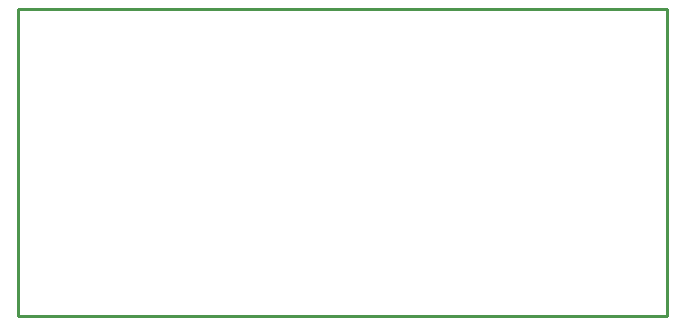
<source format=gko>
G04 Layer: BoardOutlineLayer*
G04 EasyEDA v6.5.15, 2022-10-09 22:19:18*
G04 792860b319f64621ac1ba377023e4090,0b3a2bb33c9248688526e96ab25d6e06,10*
G04 Gerber Generator version 0.2*
G04 Scale: 100 percent, Rotated: No, Reflected: No *
G04 Dimensions in millimeters *
G04 leading zeros omitted , absolute positions ,4 integer and 5 decimal *
%FSLAX45Y45*%
%MOMM*%

%ADD10C,0.2540*%
D10*
X0Y2599994D02*
G01*
X5499988Y2599994D01*
X5499988Y0D01*
X0Y0D01*
X0Y2599994D01*

%LPD*%
M02*

</source>
